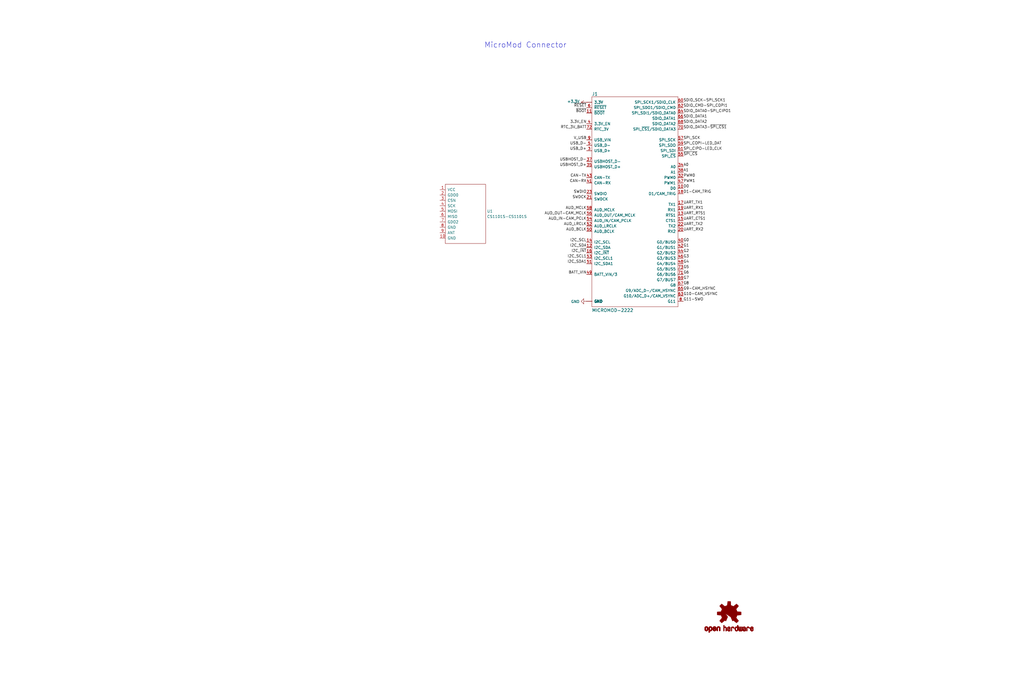
<source format=kicad_sch>
(kicad_sch (version 20230121) (generator eeschema)
  (paper "User" 483.387 319.227)
  (lib_symbols
    (symbol "MicroMod_Processor_Board_(2):MICROMOD-2222" (pin_names (offset 1.016))
      (property "Reference" "J" (at -20.32 53.848 0))
      (property "Value" "MICROMOD-2222" (at -20.32 -48.26 0))
      (symbol "MICROMOD-2222_1_0"
        (pin bidirectional line (at -22.86 -43.18 0) (length 2.54) (name "GND") (number "1"))
        (pin bidirectional line (at 22.86 10.16 180) (length 2.54) (name "D0") (number "10"))
        (pin bidirectional line (at -22.86 45.72 0) (length 2.54) (name "~{BOOT}") (number "11"))
        (pin bidirectional line (at -22.86 -17.78 0) (length 2.54) (name "I2C_SDA") (number "12"))
        (pin bidirectional line (at 22.86 -2.54 180) (length 2.54) (name "RTS1") (number "13"))
        (pin bidirectional line (at -22.86 -15.24 0) (length 2.54) (name "I2C_SCL") (number "14"))
        (pin bidirectional line (at 22.86 -5.08 180) (length 2.54) (name "CTS1") (number "15"))
        (pin bidirectional line (at -22.86 -20.32 0) (length 2.54) (name "I2C_~{INT}") (number "16"))
        (pin bidirectional line (at 22.86 2.54 180) (length 2.54) (name "TX1") (number "17"))
        (pin bidirectional line (at 22.86 7.62 180) (length 2.54) (name "D1/CAM_TRIG") (number "18"))
        (pin bidirectional line (at 22.86 0 180) (length 2.54) (name "RX1") (number "19"))
        (pin bidirectional line (at -22.86 50.8 0) (length 2.54) (name "3.3V") (number "2"))
        (pin bidirectional line (at 22.86 -10.16 180) (length 2.54) (name "RX2") (number "20"))
        (pin bidirectional line (at -22.86 5.08 0) (length 2.54) (name "SWDCK") (number "21"))
        (pin bidirectional line (at 22.86 -7.62 180) (length 2.54) (name "TX2") (number "22"))
        (pin bidirectional line (at -22.86 7.62 0) (length 2.54) (name "SWDIO") (number "23"))
        (pin bidirectional line (at -22.86 27.94 0) (length 2.54) (name "USB_D+") (number "3"))
        (pin bidirectional line (at 22.86 15.24 180) (length 2.54) (name "PWM0") (number "32"))
        (pin bidirectional line (at -22.86 -43.18 0) (length 2.54) (name "GND") (number "33"))
        (pin bidirectional line (at 22.86 20.32 180) (length 2.54) (name "A0") (number "34"))
        (pin bidirectional line (at -22.86 20.32 0) (length 2.54) (name "USBHOST_D+") (number "35"))
        (pin bidirectional line (at -22.86 -43.18 0) (length 2.54) (name "GND") (number "36"))
        (pin bidirectional line (at -22.86 22.86 0) (length 2.54) (name "USBHOST_D-") (number "37"))
        (pin bidirectional line (at 22.86 17.78 180) (length 2.54) (name "A1") (number "38"))
        (pin bidirectional line (at -22.86 -43.18 0) (length 2.54) (name "GND") (number "39"))
        (pin bidirectional line (at -22.86 40.64 0) (length 2.54) (name "3.3V_EN") (number "4"))
        (pin bidirectional line (at 22.86 -15.24 180) (length 2.54) (name "G0/BUS0") (number "40"))
        (pin bidirectional line (at -22.86 12.7 0) (length 2.54) (name "CAN-RX") (number "41"))
        (pin bidirectional line (at 22.86 -17.78 180) (length 2.54) (name "G1/BUS1") (number "42"))
        (pin bidirectional line (at -22.86 15.24 0) (length 2.54) (name "CAN-TX") (number "43"))
        (pin bidirectional line (at 22.86 -20.32 180) (length 2.54) (name "G2/BUS2") (number "44"))
        (pin bidirectional line (at -22.86 -43.18 0) (length 2.54) (name "GND") (number "45"))
        (pin bidirectional line (at 22.86 -22.86 180) (length 2.54) (name "G3/BUS3") (number "46"))
        (pin bidirectional line (at 22.86 12.7 180) (length 2.54) (name "PWM1") (number "47"))
        (pin bidirectional line (at 22.86 -25.4 180) (length 2.54) (name "G4/BUS4") (number "48"))
        (pin bidirectional line (at -22.86 -30.48 0) (length 2.54) (name "BATT_VIN/3") (number "49"))
        (pin bidirectional line (at -22.86 30.48 0) (length 2.54) (name "USB_D-") (number "5"))
        (pin bidirectional line (at -22.86 -10.16 0) (length 2.54) (name "AUD_BCLK") (number "50"))
        (pin bidirectional line (at -22.86 -25.4 0) (length 2.54) (name "I2C_SDA1") (number "51"))
        (pin bidirectional line (at -22.86 -7.62 0) (length 2.54) (name "AUD_LRCLK") (number "52"))
        (pin bidirectional line (at -22.86 -22.86 0) (length 2.54) (name "I2C_SCL1") (number "53"))
        (pin bidirectional line (at -22.86 -5.08 0) (length 2.54) (name "AUD_IN/CAM_PCLK") (number "54"))
        (pin bidirectional line (at 22.86 25.4 180) (length 2.54) (name "SPI_~{CS}") (number "55"))
        (pin bidirectional line (at -22.86 -2.54 0) (length 2.54) (name "AUD_OUT/CAM_MCLK") (number "56"))
        (pin bidirectional line (at 22.86 33.02 180) (length 2.54) (name "SPI_SCK") (number "57"))
        (pin bidirectional line (at -22.86 0 0) (length 2.54) (name "AUD_MCLK") (number "58"))
        (pin bidirectional line (at 22.86 30.48 180) (length 2.54) (name "SPI_SDO") (number "59"))
        (pin bidirectional line (at -22.86 48.26 0) (length 2.54) (name "~{RESET}") (number "6"))
        (pin bidirectional line (at 22.86 50.8 180) (length 2.54) (name "SPI_SCK1/SDIO_CLK") (number "60"))
        (pin bidirectional line (at 22.86 27.94 180) (length 2.54) (name "SPI_SDI") (number "61"))
        (pin bidirectional line (at 22.86 48.26 180) (length 2.54) (name "SPI_SDO1/SDIO_CMD") (number "62"))
        (pin bidirectional line (at 22.86 -40.64 180) (length 2.54) (name "G10/ADC_D+/CAM_VSYNC") (number "63"))
        (pin bidirectional line (at 22.86 45.72 180) (length 2.54) (name "SPI_SDI1/SDIO_DATA0") (number "64"))
        (pin bidirectional line (at 22.86 -38.1 180) (length 2.54) (name "G9/ADC_D-/CAM_HSYNC") (number "65"))
        (pin bidirectional line (at 22.86 43.18 180) (length 2.54) (name "SDIO_DATA1") (number "66"))
        (pin bidirectional line (at 22.86 -35.56 180) (length 2.54) (name "G8") (number "67"))
        (pin bidirectional line (at 22.86 40.64 180) (length 2.54) (name "SDIO_DATA2") (number "68"))
        (pin bidirectional line (at 22.86 -33.02 180) (length 2.54) (name "G7/BUS7") (number "69"))
        (pin bidirectional line (at -22.86 -43.18 0) (length 2.54) (name "GND") (number "7"))
        (pin bidirectional line (at 22.86 38.1 180) (length 2.54) (name "SPI_~{CS1}/SDIO_DATA3") (number "70"))
        (pin bidirectional line (at 22.86 -30.48 180) (length 2.54) (name "G6/BUS6") (number "71"))
        (pin bidirectional line (at -22.86 38.1 0) (length 2.54) (name "RTC_3V") (number "72"))
        (pin bidirectional line (at 22.86 -27.94 180) (length 2.54) (name "G5/BUS5") (number "73"))
        (pin bidirectional line (at -22.86 50.8 0) (length 2.54) (name "3.3V") (number "74"))
        (pin bidirectional line (at -22.86 -43.18 0) (length 2.54) (name "GND") (number "75"))
        (pin bidirectional line (at 22.86 -43.18 180) (length 2.54) (name "G11") (number "8"))
        (pin bidirectional line (at -22.86 33.02 0) (length 2.54) (name "USB_VIN") (number "9"))
        (pin bidirectional line (at -22.86 -43.18 0) (length 2.54) (name "GND") (number "GND1"))
        (pin bidirectional line (at -22.86 -43.18 0) (length 2.54) (name "GND") (number "GND2"))
        (pin bidirectional line (at -22.86 -43.18 0) (length 2.54) (name "GND") (number "GND3"))
      )
    )
    (symbol "MicroMod_Processor_Board_(2):OSHW-LOGOS" (pin_names (offset 1.016)))
    (symbol "SubGHz:CS1101S-CS1101S" (pin_names (offset 1.016))
      (property "Reference" "U" (at 0 0 0))
      (property "Value" "CS1101S-CS1101S" (at 12.7 27.94 0))
      (symbol "CS1101S-CS1101S_1_1"
        (pin power_in line (at -2.54 27.94 0) (length 2.54) (name "VCC") (number "1"))
        (pin power_in line (at -2.54 5.08 0) (length 2.54) (name "GND") (number "10"))
        (pin bidirectional line (at -2.54 25.4 0) (length 2.54) (name "GDO0") (number "2"))
        (pin bidirectional line (at -2.54 22.86 0) (length 2.54) (name "CSN") (number "3"))
        (pin bidirectional line (at -2.54 20.32 0) (length 2.54) (name "SCK") (number "4"))
        (pin bidirectional line (at -2.54 17.78 0) (length 2.54) (name "MOSI") (number "5"))
        (pin bidirectional line (at -2.54 15.24 0) (length 2.54) (name "MISO") (number "6"))
        (pin bidirectional line (at -2.54 12.7 0) (length 2.54) (name "GDO2") (number "7"))
        (pin power_in line (at -2.54 10.16 0) (length 2.54) (name "GND") (number "8"))
        (pin bidirectional line (at -2.54 7.62 0) (length 2.54) (name "ANT") (number "9"))
      )
    )
    (symbol "power:+3.3V" (power) (pin_names (offset 0))
      (property "Value" "+3.3V" (at 0 3.556 0))
      (symbol "+3.3V_1_1"
        (pin power_in line (at 0 0 90) (length 0) hide (name "+3.3V") (number "1"))
      )
    )
    (symbol "power:GND" (power) (pin_names (offset 0))
      (property "Value" "GND" (at 0 -3.81 0))
      (symbol "GND_1_1"
        (pin power_in line (at 0 0 270) (length 0) hide (name "GND") (number "1"))
      )
    )
  )
  (text "MicroMod Connector" (at 228.6 22.86 0) (effects (font (size 2.54 2.54)) (justify left bottom)))
  (label "AUD_OUT-CAM_MCLK" (at 276.86 101.6 180))
  (label "USBHOST_D-" (at 276.86 76.2 180))
  (label "AUD_IN-CAM_PCLK" (at 276.86 104.14 180))
  (label "UART_RX1" (at 322.58 99.06 0))
  (label "G9-CAM_HSYNC" (at 322.58 137.16 0))
  (label "G5" (at 322.58 127 0))
  (label "~{BOOT}" (at 276.86 53.34 180))
  (label "UART_CTS1" (at 322.58 104.14 0))
  (label "I2C_SDA" (at 276.86 116.84 180))
  (label "G1" (at 322.58 116.84 0))
  (label "SDIO_DATA2" (at 322.58 58.42 0))
  (label "G4" (at 322.58 124.46 0))
  (label "SDIO_SCK-SPI_SCK1" (at 322.58 48.26 0))
  (label "UART_TX2" (at 322.58 106.68 0))
  (label "AUD_MCLK" (at 276.86 99.06 180))
  (label "~{SPI_CS}" (at 322.58 73.66 0))
  (label "UART_RX2" (at 322.58 109.22 0))
  (label "A0" (at 322.58 78.74 0))
  (label "D1-CAM_TRIG" (at 322.58 91.44 0))
  (label "PWM1" (at 322.58 86.36 0))
  (label "SPI_CIPO-LED_CLK" (at 322.58 71.12 0))
  (label "AUD_BCLK" (at 276.86 109.22 180))
  (label "G3" (at 322.58 121.92 0))
  (label "G7" (at 322.58 132.08 0))
  (label "PWM0" (at 322.58 83.82 0))
  (label "BATT_VIN" (at 276.86 129.54 180))
  (label "I2C_SCL" (at 276.86 114.3 180))
  (label "SWDIO" (at 276.86 91.44 180))
  (label "G2" (at 322.58 119.38 0))
  (label "SPI_SCK" (at 322.58 66.04 0))
  (label "G0" (at 322.58 114.3 0))
  (label "SWDCK" (at 276.86 93.98 180))
  (label "UART_RTS1" (at 322.58 101.6 0))
  (label "V_USB" (at 276.86 66.04 180))
  (label "I2C_SDA1" (at 276.86 124.46 180))
  (label "CAN-TX" (at 276.86 83.82 180))
  (label "UART_TX1" (at 322.58 96.52 0))
  (label "USB_D-" (at 276.86 68.58 180))
  (label "~{RESET}" (at 276.86 50.8 180))
  (label "I2C_SCL1" (at 276.86 121.92 180))
  (label "RTC_3V_BATT" (at 276.86 60.96 180))
  (label "D0" (at 322.58 88.9 0))
  (label "USB_D+" (at 276.86 71.12 180))
  (label "SDIO_DATA0-SPI_CIPO1" (at 322.58 53.34 0))
  (label "SDIO_DATA3-~{SPI_CS1}" (at 322.58 60.96 0))
  (label "I2C_~{INT}" (at 276.86 119.38 180))
  (label "G6" (at 322.58 129.54 0))
  (label "G11-SWO" (at 322.58 142.24 0))
  (label "3.3V_EN" (at 276.86 58.42 180))
  (label "SPI_COPI-LED_DAT" (at 322.58 68.58 0))
  (label "A1" (at 322.58 81.28 0))
  (label "USBHOST_D+" (at 276.86 78.74 180))
  (label "G8" (at 322.58 134.62 0))
  (label "AUD_LRCLK" (at 276.86 106.68 180))
  (label "G10-CAM_VSYNC" (at 322.58 139.7 0))
  (label "SDIO_CMD-SPI_COPI1" (at 322.58 50.8 0))
  (label "SDIO_DATA1" (at 322.58 55.88 0))
  (label "CAN-RX" (at 276.86 86.36 180))
  (symbol (lib_id "MicroMod_Processor_Board_(2):OSHW-LOGOS") (at 344.17 289.56 0) (unit 1)
    (property "Reference" "LOGO3" (effects hide))
    (property "Value" "OSHW-LOGOS" (effects hide))
    (property "Footprint" "SparkFun_MicroMod_ESP32:OSHW-LOGO-S" (effects hide))
  )
  (symbol (lib_id "MicroMod_Processor_Board_(2):MICROMOD-2222") (at 299.72 99.06 0) (unit 1)
    (property "Reference" "J1" (at 279.4 45.212 0) (effects (font (size 1.4986 1.4986)) (justify left bottom)))
    (property "Value" "MICROMOD-2222" (at 279.4 147.32 0) (effects (font (size 1.4986 1.4986)) (justify left bottom)))
    (property "Footprint" "SparkFun_MicroMod_ESP32:M.2-CARD-E-22" (effects hide))
  )
  (symbol (lib_id "power:+3.3V") (at 276.86 48.26 90) (unit 1)
    (property "Reference" "#PWR?" (effects hide))
    (property "Value" "+3.3V" (at 273.6088 47.879 90) (effects (justify left)))
  )
  (symbol (lib_id "power:GND") (at 276.86 142.24 270) (unit 1)
    (property "Reference" "#PWR?" (effects hide))
    (property "Value" "GND" (at 273.6088 142.367 90) (effects (justify right)))
  )
  (symbol (lib_id "SubGHz:CS1101S-CS1101S") (at 210.185 117.475 0) (unit 1)
    (property "Reference" "U1" (at 229.87 99.695 0) (effects (justify left)))
    (property "Value" "CS1101S-CS1101S" (at 229.87 102.235 0) (effects (justify left)))
    (property "Footprint" "subGHz:C1101S" (effects hide))
  )
)
</source>
